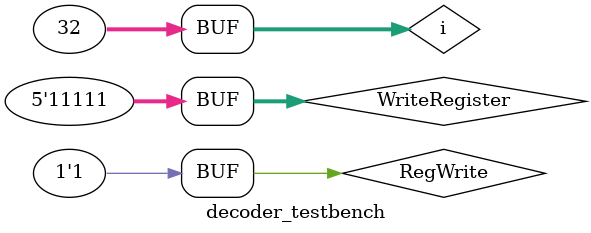
<source format=sv>
module decoder (
   output logic [31:0] regEnable,
   input  logic [4:0]  WriteRegister,
   input  logic        RegWrite
   );

   logic [4:0] wrInv;
   genvar i;
   generate
      for (i = 0; i < 5; i++) begin : WriteRegNots
         not n (wrInv[i], WriteRegister[i]);
      end
   endgenerate

   logic [3:0] enWR;
   and en0 (enWR[0], RegWrite, wrInv[4],         wrInv[3]);
   and en1 (enWR[1], RegWrite, wrInv[4],         WriteRegister[3]);
   and en2 (enWR[2], RegWrite, WriteRegister[4], wrInv[3]);
   and en3 (enWR[3], RegWrite, WriteRegister[4], WriteRegister[3]);

   logic [7:0] wr;
   and wr0 (wr[0], wrInv[2],         wrInv[1],         wrInv[0]);
   and wr1 (wr[1], wrInv[2],         wrInv[1],         WriteRegister[0]);
   and wr2 (wr[2], wrInv[2],         WriteRegister[1], wrInv[0]);
   and wr3 (wr[3], wrInv[2],         WriteRegister[1], WriteRegister[0]);
   and wr4 (wr[4], WriteRegister[2], wrInv[1],         wrInv[0]);
   and wr5 (wr[5], WriteRegister[2], wrInv[1],         WriteRegister[0]);
   and wr6 (wr[6], WriteRegister[2], WriteRegister[1], wrInv[0]);
   and wr7 (wr[7], WriteRegister[2], WriteRegister[1], WriteRegister[0]);
   
   genvar j;
   generate
      for (i = 0; i < 4; i++) begin : regEnables1
         for (j = 0; j < 8; j++) begin : regEnables2
            and (regEnable[8 * i + j], enWR[i], wr[j]);
         end
      end
   endgenerate
endmodule

module decoder_testbench();
   logic [31:0] regEnable;
   logic [4:0]  WriteRegister;
   logic        RegWrite;

   decoder dut (.regEnable, .WriteRegister, .RegWrite);

   integer i;
   initial begin
      RegWrite = 1'b0;
      for (i = 0; i < 32; i++) begin
         WriteRegister = i; #10;
      end
      WriteRegister = 0;
      RegWrite = 1'b1;
      for (i = 0; i < 32; i++) begin
         WriteRegister = i; #10;
      end
   end
endmodule

</source>
